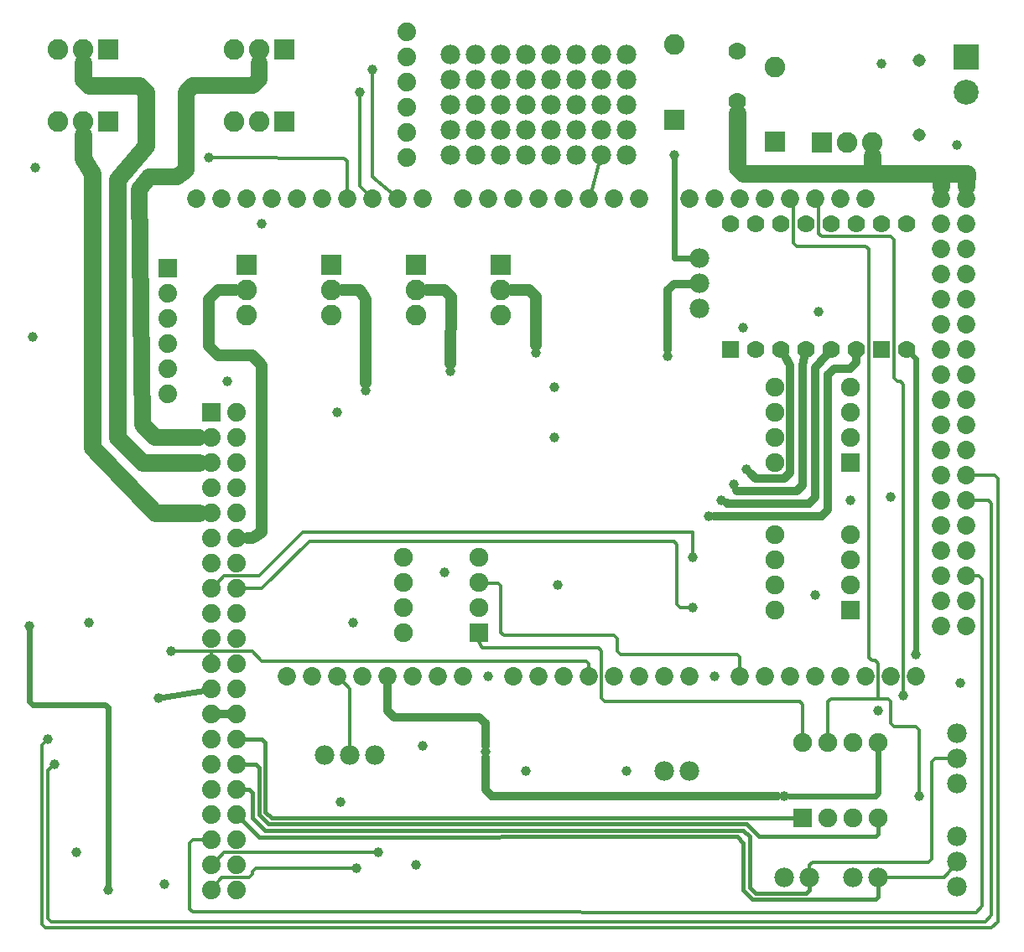
<source format=gbl>
G04 MADE WITH FRITZING*
G04 WWW.FRITZING.ORG*
G04 DOUBLE SIDED*
G04 HOLES PLATED*
G04 CONTOUR ON CENTER OF CONTOUR VECTOR*
%ASAXBY*%
%FSLAX23Y23*%
%MOIN*%
%OFA0B0*%
%SFA1.0B1.0*%
%ADD10C,0.039370*%
%ADD11C,0.075000*%
%ADD12C,0.070000*%
%ADD13C,0.074000*%
%ADD14C,0.078000*%
%ADD15C,0.072917*%
%ADD16C,0.082000*%
%ADD17C,0.051496*%
%ADD18C,0.099055*%
%ADD19R,0.075000X0.075000*%
%ADD20R,0.074000X0.074000*%
%ADD21R,0.070000X0.070000*%
%ADD22R,0.082000X0.082000*%
%ADD23R,0.099055X0.099055*%
%ADD24C,0.024000*%
%ADD25C,0.012000*%
%ADD26C,0.032000*%
%ADD27C,0.048000*%
%ADD28C,0.065000*%
%ADD29C,0.016000*%
%LNCOPPER0*%
G90*
G70*
G54D10*
X369Y289D03*
X57Y1339D03*
G54D11*
X3319Y1402D03*
X3019Y1402D03*
X3319Y1502D03*
X3019Y1502D03*
X3319Y1602D03*
X3019Y1602D03*
X3319Y1702D03*
X3019Y1702D03*
X3319Y1989D03*
X3019Y1989D03*
X3319Y2089D03*
X3019Y2089D03*
X3319Y2189D03*
X3019Y2189D03*
X3319Y2289D03*
X3019Y2289D03*
G54D10*
X594Y314D03*
X3319Y1839D03*
X244Y439D03*
X69Y2489D03*
X2157Y1502D03*
X3432Y1002D03*
X3757Y1114D03*
X982Y2939D03*
X1282Y2189D03*
G54D12*
X2869Y3627D03*
X2869Y3427D03*
G54D10*
X157Y789D03*
X132Y889D03*
X1444Y439D03*
X1869Y839D03*
X2432Y764D03*
X1619Y864D03*
X1294Y639D03*
G54D13*
X1557Y3702D03*
X1557Y3602D03*
X1557Y3502D03*
X1557Y3402D03*
X1557Y3302D03*
X1557Y3202D03*
X1557Y3702D03*
X1557Y3602D03*
X1557Y3502D03*
X1557Y3402D03*
X1557Y3302D03*
X1557Y3202D03*
G54D11*
X1844Y1314D03*
X1544Y1314D03*
X1844Y1414D03*
X1544Y1414D03*
X1844Y1514D03*
X1544Y1514D03*
X1844Y1614D03*
X1544Y1614D03*
G54D10*
X619Y1239D03*
X3057Y664D03*
X3582Y1227D03*
X2619Y3214D03*
X1732Y2352D03*
X2069Y2427D03*
X1394Y2277D03*
X2807Y1839D03*
X2757Y1777D03*
X2857Y1902D03*
X2907Y1964D03*
X769Y3202D03*
X1369Y3464D03*
X1419Y3552D03*
X3594Y664D03*
X3532Y1064D03*
X2594Y2414D03*
X1357Y377D03*
X1594Y389D03*
X3182Y1464D03*
X1344Y1352D03*
X1882Y1139D03*
X82Y3164D03*
X294Y1352D03*
X569Y1052D03*
X2782Y1139D03*
X1707Y1552D03*
X3744Y3252D03*
X3194Y2589D03*
G54D13*
X607Y2764D03*
X607Y2664D03*
X607Y2564D03*
X607Y2464D03*
X607Y2364D03*
X607Y2264D03*
G54D10*
X2144Y2289D03*
X2144Y2089D03*
X3482Y1852D03*
X844Y2314D03*
G54D12*
X3544Y2939D03*
X3544Y2439D03*
X3444Y2939D03*
X3444Y2439D03*
X3344Y2939D03*
X3344Y2439D03*
X3244Y2939D03*
X3244Y2439D03*
X3144Y2939D03*
X3144Y2439D03*
X3044Y2939D03*
X3044Y2439D03*
X2944Y2939D03*
X2944Y2439D03*
X2844Y2939D03*
X2844Y2439D03*
G54D10*
X3444Y3577D03*
X2032Y764D03*
G54D14*
X1732Y3214D03*
X1732Y3314D03*
X1732Y3414D03*
X1732Y3514D03*
X1732Y3614D03*
X2432Y3214D03*
X2432Y3314D03*
X2432Y3414D03*
X2432Y3514D03*
X2432Y3614D03*
X2232Y3614D03*
X2232Y3514D03*
X2232Y3414D03*
X2032Y3414D03*
X2032Y3614D03*
X2032Y3514D03*
X2032Y3214D03*
X2032Y3314D03*
X1832Y3514D03*
X1832Y3614D03*
X2332Y3214D03*
X1932Y3614D03*
X1932Y3414D03*
X1932Y3214D03*
X1932Y3314D03*
X2332Y3614D03*
X2332Y3514D03*
X2332Y3414D03*
X1832Y3214D03*
X1832Y3314D03*
X2132Y3414D03*
X1932Y3514D03*
X2132Y3214D03*
X2132Y3314D03*
X1432Y827D03*
X1332Y827D03*
X1232Y827D03*
X2132Y3614D03*
X2132Y3514D03*
X2332Y3314D03*
X1832Y3414D03*
X2232Y3214D03*
X2232Y3314D03*
G54D10*
X2894Y2527D03*
G54D11*
X3132Y577D03*
X3132Y877D03*
X3232Y577D03*
X3232Y877D03*
X3332Y577D03*
X3332Y877D03*
X3432Y577D03*
X3432Y877D03*
G54D13*
X882Y2189D03*
X882Y2089D03*
X882Y1989D03*
X882Y1889D03*
X882Y1789D03*
X882Y1689D03*
X882Y1589D03*
X882Y1489D03*
X882Y1389D03*
X882Y1289D03*
X882Y1189D03*
X882Y1089D03*
X882Y989D03*
X882Y889D03*
X882Y789D03*
X882Y689D03*
X882Y589D03*
X882Y489D03*
X882Y389D03*
X882Y289D03*
X782Y2189D03*
X782Y2089D03*
X782Y1989D03*
X782Y1889D03*
X782Y1789D03*
X782Y1689D03*
X782Y1589D03*
X782Y1489D03*
X782Y1389D03*
X782Y1289D03*
X782Y1189D03*
X782Y1089D03*
X782Y989D03*
X782Y889D03*
X782Y789D03*
X782Y689D03*
X782Y589D03*
X782Y489D03*
X782Y389D03*
X782Y289D03*
G54D15*
X2982Y1139D03*
X1382Y1139D03*
X3082Y1139D03*
X3182Y1139D03*
X3282Y1139D03*
X3382Y1139D03*
X3682Y2539D03*
X3482Y1139D03*
X3582Y1139D03*
X1422Y3039D03*
X1982Y1139D03*
X2082Y1139D03*
X2182Y1139D03*
X2282Y1139D03*
X3682Y1739D03*
X2382Y1139D03*
X2482Y1139D03*
X2582Y1139D03*
X2682Y1139D03*
X2182Y3039D03*
X3682Y2939D03*
X3682Y2139D03*
X3682Y1339D03*
X1022Y3039D03*
X1782Y1139D03*
X1782Y3039D03*
X3682Y2739D03*
X3682Y2339D03*
X3682Y1939D03*
X3382Y3039D03*
X3682Y1539D03*
X3282Y3039D03*
X3182Y3039D03*
X3082Y3039D03*
X2982Y3039D03*
X2882Y3039D03*
X2782Y3039D03*
X2682Y3039D03*
X822Y3039D03*
X1222Y3039D03*
X1622Y3039D03*
X1182Y1139D03*
X1582Y1139D03*
X2382Y3039D03*
X1982Y3039D03*
X3682Y3039D03*
X3682Y2839D03*
X3682Y2639D03*
X3682Y2439D03*
X3682Y2239D03*
X3682Y2039D03*
X3682Y1839D03*
X3682Y1639D03*
X3682Y1439D03*
X722Y3039D03*
X922Y3039D03*
X1122Y3039D03*
X1322Y3039D03*
X1522Y3039D03*
X1082Y1139D03*
X1282Y1139D03*
X1482Y1139D03*
X1682Y1139D03*
X2482Y3039D03*
X2282Y3039D03*
X2082Y3039D03*
X1882Y3039D03*
X3782Y3039D03*
X3782Y2939D03*
X3782Y2839D03*
X3782Y2739D03*
X3782Y2639D03*
X3782Y2539D03*
X3782Y2439D03*
X3782Y2339D03*
X3782Y2239D03*
X3782Y2139D03*
X3782Y2039D03*
X3782Y1939D03*
X3782Y1839D03*
X3782Y1739D03*
X3782Y1639D03*
X3782Y1539D03*
X3782Y1439D03*
X3782Y1339D03*
X2882Y1139D03*
G54D16*
X1257Y2777D03*
X1257Y2677D03*
X1257Y2577D03*
X1932Y2777D03*
X1932Y2677D03*
X1932Y2577D03*
X1594Y2777D03*
X1594Y2677D03*
X1594Y2577D03*
X919Y2777D03*
X919Y2677D03*
X919Y2577D03*
G54D14*
X3744Y302D03*
X3744Y402D03*
X3744Y502D03*
X3744Y914D03*
X3744Y814D03*
X3744Y714D03*
X2719Y2802D03*
X2719Y2702D03*
X2719Y2602D03*
X3057Y339D03*
X3157Y339D03*
X2682Y764D03*
X2582Y764D03*
X3432Y339D03*
X3332Y339D03*
G54D16*
X3207Y3264D03*
X3307Y3264D03*
X3407Y3264D03*
X2619Y3354D03*
X2619Y3652D03*
X3019Y3266D03*
X3019Y3564D03*
G54D17*
X3594Y3294D03*
X3594Y3589D03*
G54D16*
X369Y3346D03*
X269Y3346D03*
X169Y3346D03*
X1069Y3633D03*
X969Y3633D03*
X869Y3633D03*
X369Y3633D03*
X269Y3633D03*
X169Y3633D03*
X1069Y3346D03*
X969Y3346D03*
X869Y3346D03*
G54D18*
X3782Y3602D03*
X3782Y3464D03*
G54D10*
X2694Y1414D03*
X2694Y1614D03*
G54D19*
X3319Y1402D03*
X3319Y1989D03*
X1844Y1314D03*
G54D20*
X607Y2764D03*
G54D21*
X2844Y2439D03*
X3444Y2439D03*
G54D19*
X3132Y577D03*
G54D20*
X782Y2189D03*
G54D22*
X1257Y2777D03*
X1932Y2777D03*
X1594Y2777D03*
X919Y2777D03*
X3207Y3264D03*
X2619Y3353D03*
X3019Y3265D03*
X369Y3346D03*
X1069Y3633D03*
X369Y3633D03*
X1069Y3346D03*
G54D23*
X3782Y3602D03*
G54D24*
X357Y1026D02*
X369Y1015D01*
D02*
X58Y1040D02*
X69Y1027D01*
D02*
X69Y1027D02*
X357Y1026D01*
D02*
X369Y1015D02*
X369Y308D01*
D02*
X57Y1320D02*
X58Y1040D01*
G54D25*
D02*
X3395Y1214D02*
X3406Y1202D01*
D02*
X3419Y1202D02*
X3432Y1189D01*
D02*
X3245Y1051D02*
X3232Y1040D01*
D02*
X3232Y1040D02*
X3232Y900D01*
D02*
X3406Y1202D02*
X3419Y1202D01*
D02*
X3432Y1051D02*
X3245Y1051D01*
D02*
X3432Y1189D02*
X3432Y1051D01*
D02*
X3394Y2838D02*
X3395Y1214D01*
D02*
X3381Y2851D02*
X3394Y2838D01*
D02*
X3107Y2851D02*
X3381Y2851D01*
D02*
X3095Y2864D02*
X3107Y2851D01*
D02*
X3095Y3039D02*
X3095Y2864D01*
D02*
X3107Y3039D02*
X3095Y3039D01*
D02*
X3594Y926D02*
X3582Y939D01*
D02*
X3482Y952D02*
X3482Y1040D01*
D02*
X3482Y1040D02*
X3469Y1051D01*
D02*
X3469Y1051D02*
X3432Y1051D01*
D02*
X3495Y939D02*
X3482Y952D01*
D02*
X3582Y939D02*
X3495Y939D01*
D02*
X3594Y677D02*
X3594Y926D01*
D02*
X694Y477D02*
X706Y489D01*
D02*
X706Y489D02*
X756Y489D01*
D02*
X695Y214D02*
X694Y477D01*
D02*
X3844Y1526D02*
X3844Y226D01*
D02*
X3831Y1539D02*
X3844Y1526D01*
D02*
X3844Y226D02*
X3819Y201D01*
D02*
X3819Y201D02*
X707Y202D01*
D02*
X707Y202D02*
X695Y214D01*
D02*
X3807Y1539D02*
X3831Y1539D01*
G54D12*
D02*
X3406Y3139D02*
X2894Y3139D01*
D02*
X2894Y3139D02*
X2870Y3164D01*
D02*
X3682Y3138D02*
X3406Y3139D01*
D02*
X3407Y3210D02*
X3406Y3139D01*
D02*
X2870Y3164D02*
X2869Y3378D01*
D02*
X3682Y3138D02*
X3783Y3138D01*
D02*
X3682Y3091D02*
X3682Y3138D01*
D02*
X3783Y3138D02*
X3782Y3091D01*
G54D25*
D02*
X1331Y1089D02*
X1332Y851D01*
D02*
X1299Y1122D02*
X1331Y1089D01*
D02*
X1431Y439D02*
X832Y439D01*
D02*
X832Y439D02*
X800Y407D01*
G54D26*
D02*
X819Y989D02*
X845Y989D01*
G54D25*
D02*
X2289Y3063D02*
X2325Y3190D01*
D02*
X2395Y1239D02*
X2407Y1226D01*
D02*
X1945Y1302D02*
X2382Y1302D01*
D02*
X1844Y1511D02*
X1920Y1511D01*
D02*
X1932Y1501D02*
X1932Y1314D01*
D02*
X1932Y1314D02*
X1945Y1302D01*
D02*
X1920Y1511D02*
X1932Y1501D01*
D02*
X1844Y1491D02*
X1844Y1511D01*
D02*
X2395Y1289D02*
X2395Y1239D01*
D02*
X2382Y1302D02*
X2395Y1289D01*
D02*
X2881Y1215D02*
X2882Y1164D01*
D02*
X2870Y1226D02*
X2881Y1215D01*
D02*
X2407Y1226D02*
X2870Y1226D01*
G54D24*
D02*
X751Y1084D02*
X588Y1055D01*
D02*
X3432Y676D02*
X3432Y848D01*
D02*
X3419Y664D02*
X3432Y676D01*
D02*
X3419Y664D02*
X3076Y664D01*
G54D25*
D02*
X3694Y339D02*
X3729Y382D01*
D02*
X3456Y339D02*
X3694Y339D01*
D02*
X782Y1239D02*
X633Y1239D01*
D02*
X3157Y389D02*
X3170Y401D01*
D02*
X3632Y401D02*
X3645Y414D01*
D02*
X3644Y801D02*
X3657Y814D01*
D02*
X3657Y814D02*
X3720Y814D01*
D02*
X3170Y401D02*
X3632Y401D01*
D02*
X3645Y414D02*
X3644Y801D01*
D02*
X3157Y364D02*
X3157Y389D01*
G54D26*
D02*
X1869Y689D02*
X1869Y815D01*
D02*
X1895Y664D02*
X1869Y689D01*
D02*
X3032Y664D02*
X1895Y664D01*
G54D24*
D02*
X3582Y2402D02*
X3582Y1246D01*
D02*
X3563Y2421D02*
X3582Y2402D01*
G54D26*
D02*
X1507Y977D02*
X1845Y976D01*
D02*
X1869Y952D02*
X1869Y864D01*
D02*
X1845Y976D02*
X1869Y952D01*
D02*
X1482Y1002D02*
X1507Y977D01*
D02*
X1482Y1103D02*
X1482Y1002D01*
G54D25*
D02*
X782Y1215D02*
X782Y1239D01*
G54D27*
D02*
X1394Y2639D02*
X1394Y2307D01*
D02*
X1370Y2677D02*
X1394Y2639D01*
D02*
X1300Y2677D02*
X1370Y2677D01*
D02*
X944Y1689D02*
X924Y1689D01*
D02*
X982Y1713D02*
X944Y1689D01*
D02*
X769Y2639D02*
X770Y2452D01*
D02*
X945Y2415D02*
X982Y2376D01*
D02*
X807Y2415D02*
X945Y2415D01*
D02*
X806Y2676D02*
X769Y2639D01*
D02*
X770Y2452D02*
X807Y2415D01*
D02*
X982Y2376D02*
X982Y1713D01*
D02*
X876Y2676D02*
X806Y2676D01*
D02*
X1733Y2651D02*
X1707Y2677D01*
D02*
X1732Y2382D02*
X1733Y2651D01*
D02*
X1707Y2677D02*
X1638Y2677D01*
D02*
X2070Y2651D02*
X2069Y2457D01*
D02*
X2044Y2677D02*
X2070Y2651D01*
D02*
X1975Y2677D02*
X2044Y2677D01*
G54D26*
D02*
X3344Y2389D02*
X3344Y2407D01*
D02*
X3320Y2364D02*
X3344Y2389D01*
D02*
X3257Y2364D02*
X3320Y2364D01*
D02*
X3232Y2339D02*
X3257Y2364D01*
D02*
X3232Y1802D02*
X3232Y2339D01*
D02*
X3207Y1776D02*
X3232Y1802D01*
D02*
X2781Y1777D02*
X3207Y1776D01*
D02*
X3182Y2365D02*
X3224Y2415D01*
D02*
X3182Y1852D02*
X3182Y2365D01*
D02*
X3157Y1827D02*
X3182Y1852D01*
D02*
X2832Y1827D02*
X3157Y1827D01*
D02*
X2829Y1828D02*
X2832Y1827D01*
D02*
X2945Y1927D02*
X3057Y1927D01*
D02*
X2924Y1947D02*
X2945Y1927D01*
D02*
X3081Y1951D02*
X3082Y2377D01*
D02*
X3082Y2377D02*
X3061Y2412D01*
D02*
X3057Y1927D02*
X3081Y1951D01*
D02*
X2870Y1876D02*
X3107Y1877D01*
D02*
X2868Y1880D02*
X2870Y1876D01*
D02*
X3132Y1901D02*
X3132Y2377D01*
D02*
X3132Y2377D02*
X3138Y2408D01*
D02*
X3107Y1877D02*
X3132Y1901D01*
G54D25*
D02*
X2319Y1252D02*
X1857Y1252D01*
D02*
X2332Y1240D02*
X2319Y1252D01*
D02*
X1844Y1277D02*
X1844Y1291D01*
D02*
X1857Y1252D02*
X1844Y1277D01*
D02*
X2332Y1052D02*
X2332Y1240D01*
D02*
X2345Y1039D02*
X2332Y1052D01*
D02*
X3119Y1039D02*
X2345Y1039D01*
D02*
X3132Y1027D02*
X3119Y1039D01*
D02*
X3132Y900D02*
X3132Y1027D01*
G54D28*
D02*
X506Y2140D02*
X495Y3077D01*
D02*
X495Y3077D02*
X533Y3126D01*
D02*
X556Y2089D02*
X506Y2140D01*
D02*
X533Y3126D02*
X645Y3126D01*
D02*
X729Y2089D02*
X556Y2089D01*
D02*
X645Y3126D02*
X681Y3152D01*
D02*
X970Y3514D02*
X970Y3579D01*
D02*
X944Y3489D02*
X970Y3514D01*
D02*
X682Y3464D02*
X707Y3489D01*
D02*
X707Y3489D02*
X944Y3489D01*
D02*
X681Y3152D02*
X682Y3464D01*
G54D12*
D02*
X408Y2089D02*
X407Y3115D01*
D02*
X269Y3514D02*
X269Y3579D01*
D02*
X494Y3489D02*
X294Y3489D01*
D02*
X520Y3464D02*
X494Y3489D01*
D02*
X294Y3489D02*
X269Y3514D01*
D02*
X520Y3251D02*
X520Y3464D01*
D02*
X407Y3115D02*
X520Y3251D01*
D02*
X506Y1989D02*
X408Y2089D01*
D02*
X729Y1989D02*
X506Y1989D01*
D02*
X556Y1789D02*
X307Y2051D01*
D02*
X307Y2051D02*
X307Y3139D01*
D02*
X729Y1789D02*
X556Y1789D01*
D02*
X269Y3201D02*
X269Y3292D01*
D02*
X307Y3139D02*
X269Y3201D01*
G54D25*
D02*
X1307Y3201D02*
X783Y3202D01*
D02*
X1320Y3189D02*
X1307Y3201D01*
D02*
X1319Y3039D02*
X1320Y3189D01*
D02*
X1297Y3039D02*
X1319Y3039D01*
D02*
X1369Y3090D02*
X1369Y3451D01*
D02*
X1404Y3056D02*
X1369Y3090D01*
D02*
X1532Y3039D02*
X1522Y3039D01*
D02*
X1420Y3126D02*
X1503Y3055D01*
D02*
X1419Y3538D02*
X1420Y3126D01*
D02*
X3532Y2301D02*
X3532Y1077D01*
D02*
X3519Y2314D02*
X3532Y2301D01*
D02*
X3507Y2314D02*
X3519Y2314D01*
D02*
X3495Y2327D02*
X3507Y2314D01*
D02*
X3494Y2876D02*
X3495Y2327D01*
D02*
X3481Y2889D02*
X3494Y2876D01*
D02*
X3207Y2889D02*
X3481Y2889D01*
D02*
X3195Y2901D02*
X3207Y2889D01*
D02*
X3194Y3039D02*
X3195Y2901D01*
D02*
X3207Y3039D02*
X3194Y3039D01*
G54D24*
D02*
X2620Y2802D02*
X2619Y3195D01*
D02*
X2689Y2802D02*
X2620Y2802D01*
G54D29*
D02*
X3432Y264D02*
X3432Y314D01*
D02*
X3419Y252D02*
X3432Y264D01*
D02*
X2932Y252D02*
X3419Y252D01*
D02*
X2895Y289D02*
X2932Y252D01*
G54D12*
D02*
X3783Y3138D02*
X3682Y3138D01*
D02*
X3782Y3091D02*
X3783Y3138D01*
D02*
X3407Y3164D02*
X3407Y3210D01*
D02*
X3432Y3139D02*
X3407Y3164D01*
D02*
X3682Y3138D02*
X3432Y3139D01*
D02*
X3682Y3091D02*
X3682Y3138D01*
G54D29*
D02*
X2895Y526D02*
X2919Y502D01*
D02*
X2919Y502D02*
X2919Y301D01*
D02*
X2919Y301D02*
X2945Y276D01*
D02*
X2945Y276D02*
X3144Y276D01*
D02*
X995Y526D02*
X2895Y526D01*
D02*
X3144Y276D02*
X3157Y289D01*
D02*
X3157Y289D02*
X3157Y314D01*
D02*
X944Y577D02*
X995Y526D01*
D02*
X944Y676D02*
X944Y577D01*
D02*
X932Y689D02*
X944Y676D01*
D02*
X907Y689D02*
X932Y689D01*
D02*
X2869Y502D02*
X969Y501D01*
D02*
X2895Y477D02*
X2869Y502D01*
D02*
X969Y501D02*
X900Y571D01*
D02*
X2895Y289D02*
X2895Y477D01*
G54D25*
D02*
X819Y339D02*
X797Y310D01*
D02*
X932Y339D02*
X819Y339D01*
D02*
X945Y364D02*
X944Y352D01*
D02*
X944Y352D02*
X932Y339D01*
D02*
X956Y377D02*
X945Y364D01*
D02*
X1343Y377D02*
X956Y377D01*
D02*
X132Y177D02*
X145Y164D01*
D02*
X132Y765D02*
X132Y177D01*
D02*
X147Y780D02*
X132Y765D01*
D02*
X3857Y164D02*
X3882Y189D01*
D02*
X3869Y1839D02*
X3807Y1839D01*
D02*
X145Y164D02*
X3857Y164D01*
D02*
X3882Y189D02*
X3882Y1826D01*
D02*
X3882Y1826D02*
X3869Y1839D01*
D02*
X107Y865D02*
X107Y152D01*
D02*
X122Y880D02*
X107Y865D01*
D02*
X3907Y164D02*
X3907Y1926D01*
D02*
X3907Y1926D02*
X3895Y1939D01*
D02*
X120Y139D02*
X3882Y139D01*
D02*
X107Y152D02*
X120Y139D01*
D02*
X3882Y139D02*
X3907Y164D01*
D02*
X3895Y1939D02*
X3807Y1939D01*
G54D29*
D02*
X994Y601D02*
X1020Y576D01*
D02*
X994Y876D02*
X994Y601D01*
D02*
X982Y890D02*
X994Y876D01*
D02*
X1020Y576D02*
X3109Y577D01*
D02*
X907Y889D02*
X982Y890D01*
D02*
X969Y776D02*
X969Y589D01*
D02*
X957Y789D02*
X969Y776D01*
D02*
X969Y589D02*
X1007Y552D01*
D02*
X2957Y502D02*
X3419Y502D01*
D02*
X2907Y552D02*
X2957Y502D01*
D02*
X1007Y552D02*
X2907Y552D01*
D02*
X3432Y514D02*
X3432Y553D01*
D02*
X3419Y502D02*
X3432Y514D01*
D02*
X907Y789D02*
X957Y789D01*
G54D25*
D02*
X2694Y1714D02*
X2694Y1627D01*
D02*
X1145Y1714D02*
X2694Y1714D01*
D02*
X969Y1539D02*
X1145Y1714D01*
D02*
X831Y1539D02*
X969Y1539D01*
D02*
X800Y1507D02*
X831Y1539D01*
D02*
X2632Y1427D02*
X2645Y1414D01*
D02*
X2645Y1414D02*
X2681Y1414D01*
D02*
X2632Y1664D02*
X2632Y1427D01*
D02*
X2620Y1676D02*
X2632Y1664D01*
D02*
X1169Y1676D02*
X2620Y1676D01*
D02*
X982Y1489D02*
X1169Y1676D01*
D02*
X907Y1489D02*
X982Y1489D01*
G54D26*
D02*
X2620Y2701D02*
X2684Y2701D01*
D02*
X2595Y2676D02*
X2620Y2701D01*
D02*
X2594Y2439D02*
X2595Y2676D01*
G54D25*
D02*
X944Y1239D02*
X782Y1239D01*
D02*
X981Y1201D02*
X944Y1239D01*
D02*
X2282Y1189D02*
X2269Y1201D01*
D02*
X2282Y1164D02*
X2282Y1189D01*
D02*
X2269Y1201D02*
X981Y1201D01*
G04 End of Copper0*
M02*
</source>
